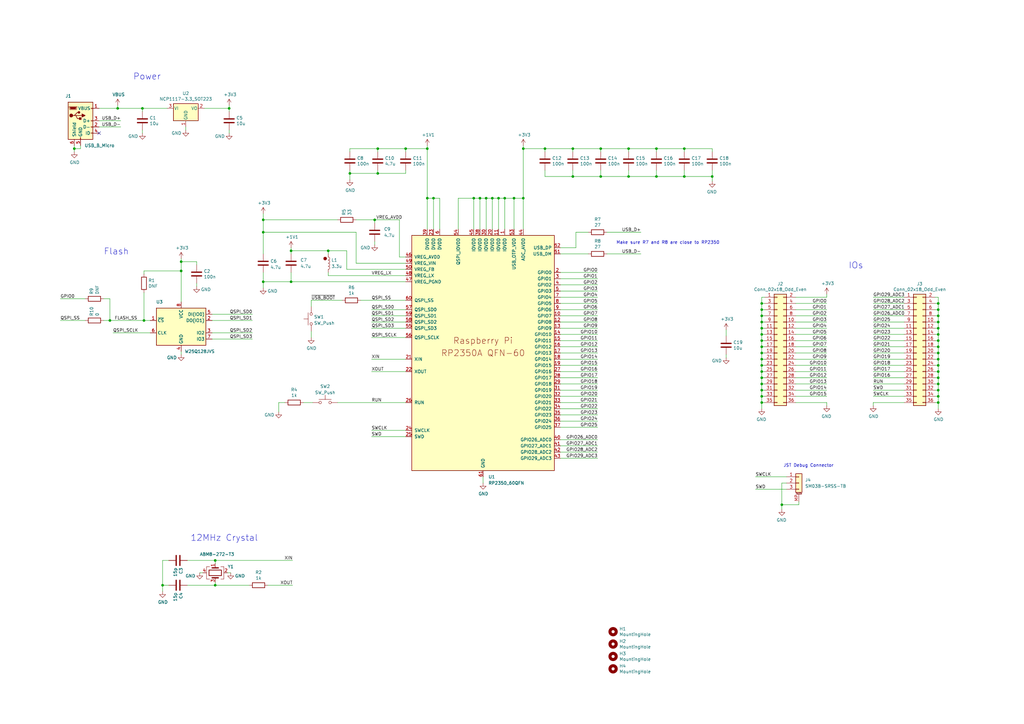
<source format=kicad_sch>
(kicad_sch (version 20230121) (generator eeschema)
  (paper "A3")
  (title_block (title "RP2350A QFN-60 Minimal Design Example") (date "2024-07-01") (rev "REV3") (company "Raspberry Pi Ltd"))
  (lib_symbols
    (symbol "Connector:USB_B_Micro" (pin_names (offset 1.016))
      (property "Reference" "J" (at -5.08 11.43 0))
      (property "Value" "USB_B_Micro" (at -5.08 8.89 0))
      (symbol "USB_B_Micro_1_1"
        (pin power_out line (at 7.62 5.08 180) (length 2.54) (name "VBUS") (number "1"))
        (pin bidirectional line (at 7.62 -2.54 180) (length 2.54) (name "D-") (number "2"))
        (pin bidirectional line (at 7.62 0 180) (length 2.54) (name "D+") (number "3"))
        (pin passive line (at 7.62 -5.08 180) (length 2.54) (name "ID") (number "4"))
        (pin power_out line (at 0 -10.16 90) (length 2.54) (name "GND") (number "5"))
        (pin passive line (at -2.54 -10.16 90) (length 2.54) (name "Shield") (number "6"))
      )
    )
    (symbol "Connector_Generic:Conn_02x18_Odd_Even" (pin_names (offset 1.016) hide)
      (property "Reference" "J" (at 1.27 22.86 0))
      (property "Value" "Conn_02x18_Odd_Even" (at 1.27 -25.4 0))
      (symbol "Conn_02x18_Odd_Even_1_1"
        (pin passive line (at -5.08 20.32 0) (length 3.81) (name "Pin_1") (number "1"))
        (pin passive line (at 7.62 10.16 180) (length 3.81) (name "Pin_10") (number "10"))
        (pin passive line (at -5.08 7.62 0) (length 3.81) (name "Pin_11") (number "11"))
        (pin passive line (at 7.62 7.62 180) (length 3.81) (name "Pin_12") (number "12"))
        (pin passive line (at -5.08 5.08 0) (length 3.81) (name "Pin_13") (number "13"))
        (pin passive line (at 7.62 5.08 180) (length 3.81) (name "Pin_14") (number "14"))
        (pin passive line (at -5.08 2.54 0) (length 3.81) (name "Pin_15") (number "15"))
        (pin passive line (at 7.62 2.54 180) (length 3.81) (name "Pin_16") (number "16"))
        (pin passive line (at -5.08 0 0) (length 3.81) (name "Pin_17") (number "17"))
        (pin passive line (at 7.62 0 180) (length 3.81) (name "Pin_18") (number "18"))
        (pin passive line (at -5.08 -2.54 0) (length 3.81) (name "Pin_19") (number "19"))
        (pin passive line (at 7.62 20.32 180) (length 3.81) (name "Pin_2") (number "2"))
        (pin passive line (at 7.62 -2.54 180) (length 3.81) (name "Pin_20") (number "20"))
        (pin passive line (at -5.08 -5.08 0) (length 3.81) (name "Pin_21") (number "21"))
        (pin passive line (at 7.62 -5.08 180) (length 3.81) (name "Pin_22") (number "22"))
        (pin passive line (at -5.08 -7.62 0) (length 3.81) (name "Pin_23") (number "23"))
        (pin passive line (at 7.62 -7.62 180) (length 3.81) (name "Pin_24") (number "24"))
        (pin passive line (at -5.08 -10.16 0) (length 3.81) (name "Pin_25") (number "25"))
        (pin passive line (at 7.62 -10.16 180) (length 3.81) (name "Pin_26") (number "26"))
        (pin passive line (at -5.08 -12.7 0) (length 3.81) (name "Pin_27") (number "27"))
        (pin passive line (at 7.62 -12.7 180) (length 3.81) (name "Pin_28") (number "28"))
        (pin passive line (at -5.08 -15.24 0) (length 3.81) (name "Pin_29") (number "29"))
        (pin passive line (at -5.08 17.78 0) (length 3.81) (name "Pin_3") (number "3"))
        (pin passive line (at 7.62 -15.24 180) (length 3.81) (name "Pin_30") (number "30"))
        (pin passive line (at -5.08 -17.78 0) (length 3.81) (name "Pin_31") (number "31"))
        (pin passive line (at 7.62 -17.78 180) (length 3.81) (name "Pin_32") (number "32"))
        (pin passive line (at -5.08 -20.32 0) (length 3.81) (name "Pin_33") (number "33"))
        (pin passive line (at 7.62 -20.32 180) (length 3.81) (name "Pin_34") (number "34"))
        (pin passive line (at -5.08 -22.86 0) (length 3.81) (name "Pin_35") (number "35"))
        (pin passive line (at 7.62 -22.86 180) (length 3.81) (name "Pin_36") (number "36"))
        (pin passive line (at 7.62 17.78 180) (length 3.81) (name "Pin_4") (number "4"))
        (pin passive line (at -5.08 15.24 0) (length 3.81) (name "Pin_5") (number "5"))
        (pin passive line (at 7.62 15.24 180) (length 3.81) (name "Pin_6") (number "6"))
        (pin passive line (at -5.08 12.7 0) (length 3.81) (name "Pin_7") (number "7"))
        (pin passive line (at 7.62 12.7 180) (length 3.81) (name "Pin_8") (number "8"))
        (pin passive line (at -5.08 10.16 0) (length 3.81) (name "Pin_9") (number "9"))
      )
    )
    (symbol "Connector_Generic_MountingPin:Conn_01x03_MountingPin" (pin_names (offset 1.016) hide)
      (property "Reference" "J" (at 0 5.08 0))
      (property "Value" "Conn_01x03_MountingPin" (at 1.27 -5.08 0))
      (symbol "Conn_01x03_MountingPin_1_1"
        (text "Mounting" (at 0 -4.191 0) (effects (font (size 0.381 0.381))))
        (pin passive line (at -5.08 2.54 0) (length 3.81) (name "Pin_1") (number "1"))
        (pin passive line (at -5.08 0 0) (length 3.81) (name "Pin_2") (number "2"))
        (pin passive line (at -5.08 -2.54 0) (length 3.81) (name "Pin_3") (number "3"))
        (pin passive line (at 0 -7.62 90) (length 3.048) (name "MountPin") (number "MP"))
      )
    )
    (symbol "Device:C" (pin_numbers hide) (pin_names (offset 0.254))
      (property "Reference" "C" (at 0.635 2.54 0))
      (property "Value" "C" (at 0.635 -2.54 0))
      (symbol "C_1_1"
        (pin passive line (at 0 3.81 270) (length 2.794) (name "~") (number "1"))
        (pin passive line (at 0 -3.81 90) (length 2.794) (name "~") (number "2"))
      )
    )
    (symbol "Device:Crystal_GND24" (pin_names (offset 1.016) hide)
      (property "Reference" "Y" (at 3.175 5.08 0))
      (property "Value" "Crystal_GND24" (at 3.175 3.175 0))
      (symbol "Crystal_GND24_1_1"
        (pin passive line (at -3.81 0 0) (length 1.27) (name "1") (number "1"))
        (pin passive line (at 0 5.08 270) (length 1.27) (name "2") (number "2"))
        (pin passive line (at 3.81 0 180) (length 1.27) (name "3") (number "3"))
        (pin passive line (at 0 -5.08 90) (length 1.27) (name "4") (number "4"))
      )
    )
    (symbol "Device:L" (pin_numbers hide) (pin_names (offset 1.016) hide)
      (property "Reference" "L" (at -1.27 0 90))
      (property "Value" "L" (at 1.905 0 90))
      (symbol "L_1_1"
        (pin passive line (at 0 3.81 270) (length 1.27) (name "1") (number "1"))
        (pin passive line (at 0 -3.81 90) (length 1.27) (name "2") (number "2"))
      )
    )
    (symbol "Device:R" (pin_numbers hide) (pin_names (offset 0))
      (property "Reference" "R" (at 2.032 0 90))
      (property "Value" "R" (at 0 0 90))
      (symbol "R_1_1"
        (pin passive line (at 0 3.81 270) (length 1.27) (name "~") (number "1"))
        (pin passive line (at 0 -3.81 90) (length 1.27) (name "~") (number "2"))
      )
    )
    (symbol "MCU_RaspberryPi_RP2350:RP2350_60QFN" (pin_names (offset 1.016))
      (property "Reference" "U" (at -29.21 49.53 0))
      (property "Value" "RP2350_60QFN" (at 24.13 -49.53 0))
      (symbol "RP2350_60QFN_0_0"
        (text "Raspberry Pi" (at 0 5.08 0) (effects (font (size 2.54 2.54))))
      )
      (symbol "RP2350_60QFN_1_0"
        (text "RP2350A QFN-60" (at 0 0 0) (effects (font (size 2.54 2.54))))
      )
      (symbol "RP2350_60QFN_1_1"
        (pin power_in line (at 8.89 50.8 270) (length 2.54) (name "IOVDD") (number "1"))
        (pin bidirectional line (at 31.75 15.24 180) (length 2.54) (name "GPIO7") (number "10"))
        (pin power_in line (at 6.35 50.8 270) (length 2.54) (name "IOVDD") (number "11"))
        (pin bidirectional line (at 31.75 12.7 180) (length 2.54) (name "GPIO8") (number "12"))
        (pin bidirectional line (at 31.75 10.16 180) (length 2.54) (name "GPIO9") (number "13"))
        (pin bidirectional line (at 31.75 7.62 180) (length 2.54) (name "GPIO10") (number "14"))
        (pin bidirectional line (at 31.75 5.08 180) (length 2.54) (name "GPIO11") (number "15"))
        (pin bidirectional line (at 31.75 2.54 180) (length 2.54) (name "GPIO12") (number "16"))
        (pin bidirectional line (at 31.75 0 180) (length 2.54) (name "GPIO13") (number "17"))
        (pin bidirectional line (at 31.75 -2.54 180) (length 2.54) (name "GPIO14") (number "18"))
        (pin bidirectional line (at 31.75 -5.08 180) (length 2.54) (name "GPIO15") (number "19"))
        (pin bidirectional line (at 31.75 33.02 180) (length 2.54) (name "GPIO0") (number "2"))
        (pin power_in line (at 3.81 50.8 270) (length 2.54) (name "IOVDD") (number "20"))
        (pin input line (at -31.75 -2.54 0) (length 2.54) (name "XIN") (number "21"))
        (pin passive line (at -31.75 -7.62 0) (length 2.54) (name "XOUT") (number "22"))
        (pin power_in line (at -20.32 50.8 270) (length 2.54) (name "DVDD") (number "23"))
        (pin output line (at -31.75 -31.75 0) (length 2.54) (name "SWCLK") (number "24"))
        (pin bidirectional line (at -31.75 -34.29 0) (length 2.54) (name "SWD") (number "25"))
        (pin input line (at -31.75 -20.32 0) (length 2.54) (name "RUN") (number "26"))
        (pin bidirectional line (at 31.75 -7.62 180) (length 2.54) (name "GPIO16") (number "27"))
        (pin bidirectional line (at 31.75 -10.16 180) (length 2.54) (name "GPIO17") (number "28"))
        (pin bidirectional line (at 31.75 -12.7 180) (length 2.54) (name "GPIO18") (number "29"))
        (pin bidirectional line (at 31.75 30.48 180) (length 2.54) (name "GPIO1") (number "3"))
        (pin power_in line (at 1.27 50.8 270) (length 2.54) (name "IOVDD") (number "30"))
        (pin bidirectional line (at 31.75 -15.24 180) (length 2.54) (name "GPIO19") (number "31"))
        (pin bidirectional line (at 31.75 -17.78 180) (length 2.54) (name "GPIO20") (number "32"))
        (pin bidirectional line (at 31.75 -20.32 180) (length 2.54) (name "GPIO21") (number "33"))
        (pin bidirectional line (at 31.75 -22.86 180) (length 2.54) (name "GPIO22") (number "34"))
        (pin bidirectional line (at 31.75 -25.4 180) (length 2.54) (name "GPIO23") (number "35"))
        (pin bidirectional line (at 31.75 -27.94 180) (length 2.54) (name "GPIO24") (number "36"))
        (pin bidirectional line (at 31.75 -30.48 180) (length 2.54) (name "GPIO25") (number "37"))
        (pin power_in line (at -1.27 50.8 270) (length 2.54) (name "IOVDD") (number "38"))
        (pin power_in line (at -22.86 50.8 270) (length 2.54) (name "DVDD") (number "39"))
        (pin bidirectional line (at 31.75 27.94 180) (length 2.54) (name "GPIO2") (number "4"))
        (pin bidirectional line (at 31.75 -35.56 180) (length 2.54) (name "GPIO26_ADC0") (number "40"))
        (pin bidirectional line (at 31.75 -38.1 180) (length 2.54) (name "GPIO27_ADC1") (number "41"))
        (pin bidirectional line (at 31.75 -40.64 180) (length 2.54) (name "GPIO28_ADC2") (number "42"))
        (pin bidirectional line (at 31.75 -43.18 180) (length 2.54) (name "GPIO29_ADC3") (number "43"))
        (pin power_in line (at 16.51 50.8 270) (length 2.54) (name "ADC_AVDD") (number "44"))
        (pin power_in line (at -3.81 50.8 270) (length 2.54) (name "IOVDD") (number "45"))
        (pin power_in line (at -31.75 39.37 0) (length 2.54) (name "VREG_AVDD") (number "46"))
        (pin power_in line (at -31.75 29.21 0) (length 2.54) (name "VREG_PGND") (number "47"))
        (pin power_out line (at -31.75 31.75 0) (length 2.54) (name "VREG_LX") (number "48"))
        (pin power_in line (at -31.75 36.83 0) (length 2.54) (name "VREG_VIN") (number "49"))
        (pin bidirectional line (at 31.75 25.4 180) (length 2.54) (name "GPIO3") (number "5"))
        (pin input line (at -31.75 34.29 0) (length 2.54) (name "VREG_FB") (number "50"))
        (pin bidirectional line (at 31.75 40.64 180) (length 2.54) (name "USB_DM") (number "51"))
        (pin bidirectional line (at 31.75 43.18 180) (length 2.54) (name "USB_DP") (number "52"))
        (pin power_in line (at 12.7 50.8 270) (length 2.54) (name "USB_OTP_VDD") (number "53"))
        (pin power_in line (at -10.16 50.8 270) (length 2.54) (name "QSPI_IOVDD") (number "54"))
        (pin bidirectional line (at -31.75 10.16 0) (length 2.54) (name "QSPI_SD3") (number "55"))
        (pin output line (at -31.75 6.35 0) (length 2.54) (name "QSPI_SCLK") (number "56"))
        (pin bidirectional line (at -31.75 17.78 0) (length 2.54) (name "QSPI_SD0") (number "57"))
        (pin bidirectional line (at -31.75 12.7 0) (length 2.54) (name "QSPI_SD2") (number "58"))
        (pin bidirectional line (at -31.75 15.24 0) (length 2.54) (name "QSPI_SD1") (number "59"))
        (pin power_in line (at -17.78 50.8 270) (length 2.54) (name "DVDD") (number "6"))
        (pin bidirectional line (at -31.75 21.59 0) (length 2.54) (name "QSPI_SS") (number "60"))
        (pin power_in line (at 0 -50.8 90) (length 2.54) (name "GND") (number "61"))
        (pin bidirectional line (at 31.75 22.86 180) (length 2.54) (name "GPIO4") (number "7"))
        (pin bidirectional line (at 31.75 20.32 180) (length 2.54) (name "GPIO5") (number "8"))
        (pin bidirectional line (at 31.75 17.78 180) (length 2.54) (name "GPIO6") (number "9"))
      )
    )
    (symbol "Mechanical:MountingHole" (pin_names (offset 1.016))
      (property "Reference" "H" (at 0 5.08 0))
      (property "Value" "MountingHole" (at 0 3.175 0))
    )
    (symbol "Memory_Flash:W25Q128JVS"
      (property "Reference" "U" (at -8.89 8.89 0))
      (property "Value" "W25Q128JVS" (at 7.62 8.89 0))
      (symbol "W25Q128JVS_1_1"
        (pin input line (at -12.7 2.54 0) (length 2.54) (name "~{CS}") (number "1"))
        (pin bidirectional line (at 12.7 2.54 180) (length 2.54) (name "DO(IO1)") (number "2"))
        (pin bidirectional line (at 12.7 -2.54 180) (length 2.54) (name "IO2") (number "3"))
        (pin power_in line (at 0 -10.16 90) (length 2.54) (name "GND") (number "4"))
        (pin bidirectional line (at 12.7 5.08 180) (length 2.54) (name "DI(IO0)") (number "5"))
        (pin input line (at -12.7 -2.54 0) (length 2.54) (name "CLK") (number "6"))
        (pin bidirectional line (at 12.7 -5.08 180) (length 2.54) (name "IO3") (number "7"))
        (pin power_in line (at 0 10.16 270) (length 2.54) (name "VCC") (number "8"))
      )
    )
    (symbol "Regulator_Linear:NCP1117-3.3_SOT223" (pin_names (offset 0.254))
      (property "Reference" "U" (at -3.81 3.175 0))
      (property "Value" "NCP1117-3.3_SOT223" (at 0 3.175 0))
      (symbol "NCP1117-3.3_SOT223_1_1"
        (pin power_in line (at 0 -7.62 90) (length 2.54) (name "GND") (number "1"))
        (pin power_out line (at 7.62 0 180) (length 2.54) (name "VO") (number "2"))
        (pin power_in line (at -7.62 0 0) (length 2.54) (name "VI") (number "3"))
      )
    )
    (symbol "Switch:SW_Push" (pin_numbers hide) (pin_names (offset 1.016) hide)
      (property "Reference" "SW" (at 1.27 2.54 0))
      (property "Value" "SW_Push" (at 0 -1.524 0))
      (symbol "SW_Push_0_1"
        (pin passive line (at -5.08 0 0) (length 2.54) (name "1") (number "1"))
        (pin passive line (at 5.08 0 180) (length 2.54) (name "2") (number "2"))
      )
    )
    (symbol "power:+1V1" (power) (pin_names (offset 0))
      (property "Value" "+1V1" (at 0 3.556 0))
      (symbol "+1V1_1_1"
        (pin power_in line (at 0 0 90) (length 0) hide (name "+1V1") (number "1"))
      )
    )
    (symbol "power:+3V3" (power) (pin_names (offset 0))
      (property "Value" "+3V3" (at 0 3.556 0))
      (symbol "+3V3_1_1"
        (pin power_in line (at 0 0 90) (length 0) hide (name "+3V3") (number "1"))
      )
    )
    (symbol "power:GND" (power) (pin_names (offset 0))
      (property "Value" "GND" (at 0 -3.81 0))
      (symbol "GND_1_1"
        (pin power_in line (at 0 0 270) (length 0) hide (name "GND") (number "1"))
      )
    )
    (symbol "power:VBUS" (power) (pin_names (offset 0))
      (property "Value" "VBUS" (at 0 3.81 0))
      (symbol "VBUS_1_1"
        (pin power_in line (at 0 0 90) (length 0) hide (name "VBUS") (number "1"))
      )
    )
  )
  (junction (at 320.675 207.01))
  (junction (at 257.81 60.96))
  (junction (at 153.67 90.17))
  (junction (at 312.42 149.86))
  (junction (at 119.38 102.87))
  (junction (at 312.42 157.48))
  (junction (at 194.31 81.28))
  (junction (at 280.67 72.39))
  (junction (at 312.42 147.32))
  (junction (at 175.26 81.28))
  (junction (at 154.94 71.12))
  (junction (at 214.63 60.96))
  (junction (at 384.81 162.56))
  (junction (at 312.42 144.78))
  (junction (at 196.85 81.28))
  (junction (at 88.265 229.87))
  (junction (at 48.26 44.45))
  (junction (at 134.62 102.87))
  (junction (at 30.48 60.96))
  (junction (at 119.38 115.57))
  (junction (at 223.52 60.96))
  (junction (at 312.42 152.4))
  (junction (at 210.82 81.28))
  (junction (at 66.675 240.03))
  (junction (at 154.94 60.96))
  (junction (at 207.01 81.28))
  (junction (at 384.81 154.94))
  (junction (at 269.24 72.39))
  (junction (at 384.81 134.62))
  (junction (at 384.81 144.78))
  (junction (at 292.1 72.39))
  (junction (at 384.81 127))
  (junction (at 384.81 157.48))
  (junction (at 246.38 72.39))
  (junction (at 312.42 142.24))
  (junction (at 204.47 81.28))
  (junction (at 74.295 107.315))
  (junction (at 312.42 129.54))
  (junction (at 199.39 81.28))
  (junction (at 384.81 165.1))
  (junction (at 175.26 60.96))
  (junction (at 74.295 111.125))
  (junction (at 107.95 115.57))
  (junction (at 384.81 137.16))
  (junction (at 280.67 60.96))
  (junction (at 384.81 139.7))
  (junction (at 257.81 72.39))
  (junction (at 269.24 60.96))
  (junction (at 312.42 139.7))
  (junction (at 312.42 137.16))
  (junction (at 58.42 44.45))
  (junction (at 166.37 60.96))
  (junction (at 384.81 160.02))
  (junction (at 384.81 152.4))
  (junction (at 384.81 132.08))
  (junction (at 312.42 165.1))
  (junction (at 312.42 154.94))
  (junction (at 312.42 127))
  (junction (at 384.81 129.54))
  (junction (at 312.42 124.46))
  (junction (at 384.81 147.32))
  (junction (at 234.95 60.96))
  (junction (at 88.265 240.03))
  (junction (at 312.42 160.02))
  (junction (at 234.95 72.39))
  (junction (at 214.63 81.28))
  (junction (at 384.81 142.24))
  (junction (at 107.95 90.17))
  (junction (at 312.42 162.56))
  (junction (at 177.8 81.28))
  (junction (at 246.38 60.96))
  (junction (at 59.055 131.445))
  (junction (at 45.085 131.445))
  (junction (at 384.81 124.46))
  (junction (at 384.81 149.86))
  (junction (at 93.98 44.45))
  (junction (at 312.42 132.08))
  (junction (at 201.93 81.28))
  (junction (at 107.95 95.25))
  (junction (at 143.51 71.12))
  (junction (at 312.42 134.62))
  (no_connect (at 40.64 54.61))
  (wire (pts (xy 229.87 127) (xy 245.11 127)))
  (wire (pts (xy 153.67 100.33) (xy 153.67 99.06)))
  (wire (pts (xy 24.765 122.555) (xy 34.925 122.555)))
  (wire (pts (xy 146.05 95.25) (xy 146.05 107.95)))
  (wire (pts (xy 384.81 152.4) (xy 384.81 154.94)))
  (wire (pts (xy 229.87 185.42) (xy 245.11 185.42)))
  (wire (pts (xy 384.81 137.16) (xy 384.81 139.7)))
  (wire (pts (xy 339.09 144.78) (xy 326.39 144.78)))
  (wire (pts (xy 370.84 147.32) (xy 358.14 147.32)))
  (wire (pts (xy 312.42 160.02) (xy 312.42 162.56)))
  (wire (pts (xy 320.675 198.12) (xy 320.675 207.01)))
  (wire (pts (xy 154.94 60.96) (xy 166.37 60.96)))
  (wire (pts (xy 370.84 132.08) (xy 358.14 132.08)))
  (wire (pts (xy 229.87 129.54) (xy 245.11 129.54)))
  (wire (pts (xy 93.98 44.45) (xy 93.98 43.18)))
  (wire (pts (xy 370.84 157.48) (xy 358.14 157.48)))
  (wire (pts (xy 88.265 231.14) (xy 88.265 229.87)))
  (wire (pts (xy 234.95 62.23) (xy 234.95 60.96)))
  (wire (pts (xy 234.95 69.85) (xy 234.95 72.39)))
  (wire (pts (xy 163.83 90.17) (xy 163.83 105.41)))
  (wire (pts (xy 339.09 149.86) (xy 326.39 149.86)))
  (wire (pts (xy 207.01 81.28) (xy 210.82 81.28)))
  (wire (pts (xy 154.94 62.23) (xy 154.94 60.96)))
  (wire (pts (xy 166.37 138.43) (xy 152.4 138.43)))
  (wire (pts (xy 154.94 71.12) (xy 166.37 71.12)))
  (wire (pts (xy 30.48 59.69) (xy 30.48 60.96)))
  (wire (pts (xy 229.87 167.64) (xy 245.11 167.64)))
  (wire (pts (xy 384.81 165.1) (xy 384.81 167.64)))
  (wire (pts (xy 229.87 111.76) (xy 245.11 111.76)))
  (wire (pts (xy 143.51 69.85) (xy 143.51 71.12)))
  (wire (pts (xy 48.26 43.18) (xy 48.26 44.45)))
  (wire (pts (xy 153.67 90.17) (xy 163.83 90.17)))
  (wire (pts (xy 384.81 154.94) (xy 384.81 157.48)))
  (wire (pts (xy 229.87 162.56) (xy 245.11 162.56)))
  (wire (pts (xy 339.09 154.94) (xy 326.39 154.94)))
  (wire (pts (xy 384.81 132.08) (xy 384.81 134.62)))
  (wire (pts (xy 312.42 165.1) (xy 312.42 167.64)))
  (wire (pts (xy 246.38 62.23) (xy 246.38 60.96)))
  (wire (pts (xy 127.635 123.19) (xy 127.635 125.73)))
  (wire (pts (xy 166.37 176.53) (xy 152.4 176.53)))
  (wire (pts (xy 370.84 144.78) (xy 358.14 144.78)))
  (wire (pts (xy 107.95 90.17) (xy 107.95 95.25)))
  (wire (pts (xy 223.52 62.23) (xy 223.52 60.96)))
  (wire (pts (xy 88.265 240.03) (xy 102.235 240.03)))
  (wire (pts (xy 384.81 129.54) (xy 384.81 132.08)))
  (wire (pts (xy 223.52 69.85) (xy 223.52 72.39)))
  (wire (pts (xy 107.95 95.25) (xy 146.05 95.25)))
  (wire (pts (xy 107.95 95.25) (xy 107.95 104.14)))
  (wire (pts (xy 313.69 157.48) (xy 312.42 157.48)))
  (wire (pts (xy 66.675 240.03) (xy 66.675 242.57)))
  (wire (pts (xy 370.84 152.4) (xy 358.14 152.4)))
  (wire (pts (xy 312.42 162.56) (xy 312.42 165.1)))
  (wire (pts (xy 199.39 93.98) (xy 199.39 81.28)))
  (wire (pts (xy 33.02 59.69) (xy 33.02 60.96)))
  (wire (pts (xy 312.42 139.7) (xy 312.42 142.24)))
  (wire (pts (xy 187.96 93.98) (xy 187.96 81.28)))
  (wire (pts (xy 46.355 136.525) (xy 61.595 136.525)))
  (wire (pts (xy 74.295 106.045) (xy 74.295 107.315)))
  (wire (pts (xy 66.675 229.87) (xy 66.675 240.03)))
  (wire (pts (xy 210.82 81.28) (xy 214.63 81.28)))
  (wire (pts (xy 257.81 60.96) (xy 269.24 60.96)))
  (wire (pts (xy 383.54 142.24) (xy 384.81 142.24)))
  (wire (pts (xy 69.215 229.87) (xy 66.675 229.87)))
  (wire (pts (xy 153.67 90.17) (xy 153.67 91.44)))
  (wire (pts (xy 269.24 72.39) (xy 257.81 72.39)))
  (wire (pts (xy 339.09 157.48) (xy 326.39 157.48)))
  (wire (pts (xy 229.87 175.26) (xy 245.11 175.26)))
  (wire (pts (xy 42.545 122.555) (xy 45.085 122.555)))
  (wire (pts (xy 201.93 81.28) (xy 204.47 81.28)))
  (wire (pts (xy 40.64 52.07) (xy 49.53 52.07)))
  (wire (pts (xy 234.95 72.39) (xy 223.52 72.39)))
  (wire (pts (xy 269.24 69.85) (xy 269.24 72.39)))
  (wire (pts (xy 175.26 60.96) (xy 175.26 81.28)))
  (wire (pts (xy 196.85 81.28) (xy 199.39 81.28)))
  (wire (pts (xy 384.81 144.78) (xy 384.81 147.32)))
  (wire (pts (xy 383.54 157.48) (xy 384.81 157.48)))
  (wire (pts (xy 229.87 139.7) (xy 245.11 139.7)))
  (wire (pts (xy 201.93 93.98) (xy 201.93 81.28)))
  (wire (pts (xy 59.055 111.125) (xy 74.295 111.125)))
  (wire (pts (xy 146.05 107.95) (xy 166.37 107.95)))
  (wire (pts (xy 383.54 165.1) (xy 384.81 165.1)))
  (wire (pts (xy 383.54 139.7) (xy 384.81 139.7)))
  (wire (pts (xy 199.39 81.28) (xy 201.93 81.28)))
  (wire (pts (xy 58.42 45.72) (xy 58.42 44.45)))
  (wire (pts (xy 383.54 134.62) (xy 384.81 134.62)))
  (wire (pts (xy 107.95 87.63) (xy 107.95 90.17)))
  (wire (pts (xy 313.69 149.86) (xy 312.42 149.86)))
  (wire (pts (xy 384.81 127) (xy 384.81 129.54)))
  (wire (pts (xy 107.95 115.57) (xy 119.38 115.57)))
  (wire (pts (xy 229.87 132.08) (xy 245.11 132.08)))
  (wire (pts (xy 116.84 165.1) (xy 114.3 165.1)))
  (wire (pts (xy 234.95 60.96) (xy 246.38 60.96)))
  (wire (pts (xy 59.055 112.395) (xy 59.055 111.125)))
  (wire (pts (xy 119.38 104.14) (xy 119.38 102.87)))
  (wire (pts (xy 339.09 166.37) (xy 339.09 165.1)))
  (wire (pts (xy 229.87 114.3) (xy 245.11 114.3)))
  (wire (pts (xy 86.995 139.065) (xy 103.505 139.065)))
  (wire (pts (xy 166.37 123.19) (xy 147.955 123.19)))
  (wire (pts (xy 143.51 62.23) (xy 143.51 60.96)))
  (wire (pts (xy 312.42 127) (xy 312.42 129.54)))
  (wire (pts (xy 107.95 111.76) (xy 107.95 115.57)))
  (wire (pts (xy 383.54 129.54) (xy 384.81 129.54)))
  (wire (pts (xy 327.66 205.74) (xy 327.66 207.01)))
  (wire (pts (xy 370.84 160.02) (xy 358.14 160.02)))
  (wire (pts (xy 339.09 147.32) (xy 326.39 147.32)))
  (wire (pts (xy 370.84 142.24) (xy 358.14 142.24)))
  (wire (pts (xy 384.81 142.24) (xy 384.81 144.78)))
  (wire (pts (xy 166.37 110.49) (xy 142.24 110.49)))
  (wire (pts (xy 59.055 120.015) (xy 59.055 131.445)))
  (wire (pts (xy 74.295 144.145) (xy 74.295 145.415)))
  (wire (pts (xy 384.81 121.92) (xy 384.81 124.46)))
  (wire (pts (xy 383.54 160.02) (xy 384.81 160.02)))
  (wire (pts (xy 229.87 172.72) (xy 245.11 172.72)))
  (wire (pts (xy 140.335 123.19) (xy 127.635 123.19)))
  (wire (pts (xy 309.88 200.66) (xy 322.58 200.66)))
  (wire (pts (xy 384.81 157.48) (xy 384.81 160.02)))
  (wire (pts (xy 370.84 127) (xy 358.14 127)))
  (wire (pts (xy 229.87 187.96) (xy 245.11 187.96)))
  (wire (pts (xy 248.92 104.14) (xy 262.89 104.14)))
  (wire (pts (xy 384.81 149.86) (xy 384.81 152.4)))
  (wire (pts (xy 175.26 81.28) (xy 175.26 93.98)))
  (wire (pts (xy 370.84 149.86) (xy 358.14 149.86)))
  (wire (pts (xy 370.84 124.46) (xy 358.14 124.46)))
  (wire (pts (xy 59.055 131.445) (xy 61.595 131.445)))
  (wire (pts (xy 383.54 121.92) (xy 384.81 121.92)))
  (wire (pts (xy 214.63 81.28) (xy 214.63 93.98)))
  (wire (pts (xy 119.38 101.6) (xy 119.38 102.87)))
  (wire (pts (xy 109.855 240.03) (xy 120.015 240.03)))
  (wire (pts (xy 76.835 240.03) (xy 88.265 240.03)))
  (wire (pts (xy 119.38 115.57) (xy 166.37 115.57)))
  (wire (pts (xy 339.09 137.16) (xy 326.39 137.16)))
  (wire (pts (xy 107.95 115.57) (xy 107.95 118.11)))
  (wire (pts (xy 48.26 44.45) (xy 58.42 44.45)))
  (wire (pts (xy 313.69 139.7) (xy 312.42 139.7)))
  (wire (pts (xy 69.215 240.03) (xy 66.675 240.03)))
  (wire (pts (xy 383.54 162.56) (xy 384.81 162.56)))
  (wire (pts (xy 107.95 90.17) (xy 138.43 90.17)))
  (wire (pts (xy 383.54 152.4) (xy 384.81 152.4)))
  (wire (pts (xy 74.295 111.125) (xy 74.295 123.825)))
  (wire (pts (xy 143.51 71.12) (xy 143.51 73.66)))
  (wire (pts (xy 204.47 81.28) (xy 207.01 81.28)))
  (wire (pts (xy 24.765 131.445) (xy 34.925 131.445)))
  (wire (pts (xy 339.09 160.02) (xy 326.39 160.02)))
  (wire (pts (xy 83.82 44.45) (xy 93.98 44.45)))
  (wire (pts (xy 313.69 121.92) (xy 312.42 121.92)))
  (wire (pts (xy 313.69 160.02) (xy 312.42 160.02)))
  (wire (pts (xy 229.87 170.18) (xy 245.11 170.18)))
  (wire (pts (xy 154.94 69.85) (xy 154.94 71.12)))
  (wire (pts (xy 269.24 60.96) (xy 280.67 60.96)))
  (wire (pts (xy 383.54 124.46) (xy 384.81 124.46)))
  (wire (pts (xy 383.54 144.78) (xy 384.81 144.78)))
  (wire (pts (xy 339.09 121.92) (xy 339.09 120.65)))
  (wire (pts (xy 384.81 160.02) (xy 384.81 162.56)))
  (wire (pts (xy 358.14 165.1) (xy 370.84 165.1)))
  (wire (pts (xy 74.295 107.315) (xy 74.295 111.125)))
  (wire (pts (xy 292.1 69.85) (xy 292.1 72.39)))
  (wire (pts (xy 42.545 131.445) (xy 45.085 131.445)))
  (wire (pts (xy 86.995 136.525) (xy 103.505 136.525)))
  (wire (pts (xy 152.4 147.32) (xy 166.37 147.32)))
  (wire (pts (xy 198.12 195.58) (xy 198.12 198.12)))
  (wire (pts (xy 152.4 132.08) (xy 166.37 132.08)))
  (wire (pts (xy 81.915 234.95) (xy 83.185 234.95)))
  (wire (pts (xy 384.81 139.7) (xy 384.81 142.24)))
  (wire (pts (xy 58.42 53.34) (xy 58.42 54.61)))
  (wire (pts (xy 180.34 81.28) (xy 180.34 93.98)))
  (wire (pts (xy 194.31 93.98) (xy 194.31 81.28)))
  (wire (pts (xy 229.87 182.88) (xy 245.11 182.88)))
  (wire (pts (xy 229.87 116.84) (xy 245.11 116.84)))
  (wire (pts (xy 143.51 60.96) (xy 154.94 60.96)))
  (wire (pts (xy 142.24 110.49) (xy 142.24 102.87)))
  (wire (pts (xy 370.84 121.92) (xy 358.14 121.92)))
  (wire (pts (xy 383.54 154.94) (xy 384.81 154.94)))
  (wire (pts (xy 339.09 165.1) (xy 326.39 165.1)))
  (wire (pts (xy 80.645 107.315) (xy 74.295 107.315)))
  (wire (pts (xy 312.42 124.46) (xy 312.42 127)))
  (wire (pts (xy 229.87 137.16) (xy 245.11 137.16)))
  (wire (pts (xy 280.67 62.23) (xy 280.67 60.96)))
  (wire (pts (xy 152.4 127) (xy 166.37 127)))
  (wire (pts (xy 312.42 134.62) (xy 312.42 137.16)))
  (wire (pts (xy 236.22 95.25) (xy 236.22 101.6)))
  (wire (pts (xy 229.87 144.78) (xy 245.11 144.78)))
  (wire (pts (xy 383.54 137.16) (xy 384.81 137.16)))
  (wire (pts (xy 257.81 69.85) (xy 257.81 72.39)))
  (wire (pts (xy 214.63 59.69) (xy 214.63 60.96)))
  (wire (pts (xy 257.81 62.23) (xy 257.81 60.96)))
  (wire (pts (xy 229.87 154.94) (xy 245.11 154.94)))
  (wire (pts (xy 312.42 142.24) (xy 312.42 144.78)))
  (wire (pts (xy 146.05 90.17) (xy 153.67 90.17)))
  (wire (pts (xy 152.4 129.54) (xy 166.37 129.54)))
  (wire (pts (xy 313.69 147.32) (xy 312.42 147.32)))
  (wire (pts (xy 152.4 134.62) (xy 166.37 134.62)))
  (wire (pts (xy 269.24 62.23) (xy 269.24 60.96)))
  (wire (pts (xy 313.69 152.4) (xy 312.42 152.4)))
  (wire (pts (xy 229.87 134.62) (xy 245.11 134.62)))
  (wire (pts (xy 124.46 165.1) (xy 128.27 165.1)))
  (wire (pts (xy 127.635 135.89) (xy 127.635 138.43)))
  (wire (pts (xy 280.67 72.39) (xy 269.24 72.39)))
  (wire (pts (xy 80.645 108.585) (xy 80.645 107.315)))
  (wire (pts (xy 312.42 121.92) (xy 312.42 124.46)))
  (wire (pts (xy 297.815 135.255) (xy 297.815 137.795)))
  (wire (pts (xy 383.54 132.08) (xy 384.81 132.08)))
  (wire (pts (xy 166.37 60.96) (xy 175.26 60.96)))
  (wire (pts (xy 229.87 160.02) (xy 245.11 160.02)))
  (wire (pts (xy 370.84 134.62) (xy 358.14 134.62)))
  (wire (pts (xy 246.38 60.96) (xy 257.81 60.96)))
  (wire (pts (xy 257.81 72.39) (xy 246.38 72.39)))
  (wire (pts (xy 214.63 60.96) (xy 223.52 60.96)))
  (wire (pts (xy 134.62 113.03) (xy 166.37 113.03)))
  (wire (pts (xy 119.38 111.76) (xy 119.38 115.57)))
  (wire (pts (xy 229.87 149.86) (xy 245.11 149.86)))
  (wire (pts (xy 119.38 102.87) (xy 134.62 102.87)))
  (wire (pts (xy 33.02 60.96) (xy 30.48 60.96)))
  (wire (pts (xy 246.38 69.85) (xy 246.38 72.39)))
  (wire (pts (xy 166.37 179.07) (xy 152.4 179.07)))
  (wire (pts (xy 384.81 134.62) (xy 384.81 137.16)))
  (wire (pts (xy 236.22 95.25) (xy 241.3 95.25)))
  (wire (pts (xy 313.69 132.08) (xy 312.42 132.08)))
  (wire (pts (xy 312.42 129.54) (xy 312.42 132.08)))
  (wire (pts (xy 177.8 81.28) (xy 180.34 81.28)))
  (wire (pts (xy 339.09 162.56) (xy 326.39 162.56)))
  (wire (pts (xy 93.345 234.95) (xy 94.615 234.95)))
  (wire (pts (xy 196.85 93.98) (xy 196.85 81.28)))
  (wire (pts (xy 320.675 207.01) (xy 327.66 207.01)))
  (wire (pts (xy 384.81 162.56) (xy 384.81 165.1)))
  (wire (pts (xy 229.87 165.1) (xy 245.11 165.1)))
  (wire (pts (xy 313.69 124.46) (xy 312.42 124.46)))
  (wire (pts (xy 313.69 142.24) (xy 312.42 142.24)))
  (wire (pts (xy 312.42 147.32) (xy 312.42 149.86)))
  (wire (pts (xy 248.92 95.25) (xy 262.89 95.25)))
  (wire (pts (xy 339.09 142.24) (xy 326.39 142.24)))
  (wire (pts (xy 339.09 134.62) (xy 326.39 134.62)))
  (wire (pts (xy 358.14 166.37) (xy 358.14 165.1)))
  (wire (pts (xy 210.82 93.98) (xy 210.82 81.28)))
  (wire (pts (xy 339.09 124.46) (xy 326.39 124.46)))
  (wire (pts (xy 313.69 162.56) (xy 312.42 162.56)))
  (wire (pts (xy 175.26 59.69) (xy 175.26 60.96)))
  (wire (pts (xy 309.88 195.58) (xy 322.58 195.58)))
  (wire (pts (xy 229.87 119.38) (xy 245.11 119.38)))
  (wire (pts (xy 280.67 72.39) (xy 292.1 72.39)))
  (wire (pts (xy 292.1 72.39) (xy 292.1 74.295)))
  (wire (pts (xy 370.84 139.7) (xy 358.14 139.7)))
  (wire (pts (xy 134.62 113.03) (xy 134.62 111.76)))
  (wire (pts (xy 370.84 154.94) (xy 358.14 154.94)))
  (wire (pts (xy 229.87 157.48) (xy 245.11 157.48)))
  (wire (pts (xy 383.54 149.86) (xy 384.81 149.86)))
  (wire (pts (xy 313.69 129.54) (xy 312.42 129.54)))
  (wire (pts (xy 45.085 122.555) (xy 45.085 131.445)))
  (wire (pts (xy 339.09 129.54) (xy 326.39 129.54)))
  (wire (pts (xy 229.87 180.34) (xy 245.11 180.34)))
  (wire (pts (xy 280.67 60.96) (xy 292.1 60.96)))
  (wire (pts (xy 313.69 134.62) (xy 312.42 134.62)))
  (wire (pts (xy 194.31 81.28) (xy 196.85 81.28)))
  (wire (pts (xy 312.42 152.4) (xy 312.42 154.94)))
  (wire (pts (xy 204.47 93.98) (xy 204.47 81.28)))
  (wire (pts (xy 339.09 152.4) (xy 326.39 152.4)))
  (wire (pts (xy 383.54 127) (xy 384.81 127)))
  (wire (pts (xy 229.87 152.4) (xy 245.11 152.4)))
  (wire (pts (xy 134.62 102.87) (xy 134.62 104.14)))
  (wire (pts (xy 76.2 52.07) (xy 76.2 53.34)))
  (wire (pts (xy 312.42 144.78) (xy 312.42 147.32)))
  (wire (pts (xy 339.09 127) (xy 326.39 127)))
  (wire (pts (xy 229.87 147.32) (xy 245.11 147.32)))
  (wire (pts (xy 45.085 131.445) (xy 59.055 131.445)))
  (wire (pts (xy 40.64 49.53) (xy 49.53 49.53)))
  (wire (pts (xy 166.37 62.23) (xy 166.37 60.96)))
  (wire (pts (xy 229.87 101.6) (xy 236.22 101.6)))
  (wire (pts (xy 313.69 137.16) (xy 312.42 137.16)))
  (wire (pts (xy 93.98 45.72) (xy 93.98 44.45)))
  (wire (pts (xy 246.38 72.39) (xy 234.95 72.39)))
  (wire (pts (xy 143.51 71.12) (xy 154.94 71.12)))
  (wire (pts (xy 339.09 121.92) (xy 326.39 121.92)))
  (wire (pts (xy 187.96 81.28) (xy 194.31 81.28)))
  (wire (pts (xy 370.84 129.54) (xy 358.14 129.54)))
  (wire (pts (xy 384.81 124.46) (xy 384.81 127)))
  (wire (pts (xy 40.64 44.45) (xy 48.26 44.45)))
  (wire (pts (xy 177.8 81.28) (xy 175.26 81.28)))
  (wire (pts (xy 68.58 44.45) (xy 58.42 44.45)))
  (wire (pts (xy 207.01 81.28) (xy 207.01 93.98)))
  (wire (pts (xy 322.58 198.12) (xy 320.675 198.12)))
  (wire (pts (xy 88.265 229.87) (xy 120.015 229.87)))
  (wire (pts (xy 30.48 60.96) (xy 30.48 62.23)))
  (wire (pts (xy 313.69 154.94) (xy 312.42 154.94)))
  (wire (pts (xy 93.98 53.34) (xy 93.98 54.61)))
  (wire (pts (xy 312.42 149.86) (xy 312.42 152.4)))
  (wire (pts (xy 229.87 104.14) (xy 241.3 104.14)))
  (wire (pts (xy 142.24 102.87) (xy 134.62 102.87)))
  (wire (pts (xy 114.3 165.1) (xy 114.3 168.91)))
  (wire (pts (xy 88.265 238.76) (xy 88.265 240.03)))
  (wire (pts (xy 229.87 124.46) (xy 245.11 124.46)))
  (wire (pts (xy 229.87 142.24) (xy 245.11 142.24)))
  (wire (pts (xy 312.42 132.08) (xy 312.42 134.62)))
  (wire (pts (xy 339.09 139.7) (xy 326.39 139.7)))
  (wire (pts (xy 214.63 60.96) (xy 214.63 81.28)))
  (wire (pts (xy 313.69 127) (xy 312.42 127)))
  (wire (pts (xy 229.87 121.92) (xy 245.11 121.92)))
  (wire (pts (xy 163.83 105.41) (xy 166.37 105.41)))
  (wire (pts (xy 384.81 147.32) (xy 384.81 149.86)))
  (wire (pts (xy 297.815 145.415) (xy 297.815 146.685)))
  (wire (pts (xy 86.995 128.905) (xy 103.505 128.905)))
  (wire (pts (xy 339.09 132.08) (xy 326.39 132.08)))
  (wire (pts (xy 312.42 154.94) (xy 312.42 157.48)))
  (wire (pts (xy 223.52 60.96) (xy 234.95 60.96)))
  (wire (pts (xy 166.37 152.4) (xy 152.4 152.4)))
  (wire (pts (xy 320.675 207.01) (xy 320.675 208.915)))
  (wire (pts (xy 313.69 165.1) (xy 312.42 165.1)))
  (wire (pts (xy 313.69 144.78) (xy 312.42 144.78)))
  (wire (pts (xy 292.1 62.23) (xy 292.1 60.96)))
  (wire (pts (xy 312.42 157.48) (xy 312.42 160.02)))
  (wire (pts (xy 370.84 137.16) (xy 358.14 137.16)))
  (wire (pts (xy 383.54 147.32) (xy 384.81 147.32)))
  (wire (pts (xy 370.84 162.56) (xy 358.14 162.56)))
  (wire (pts (xy 76.835 229.87) (xy 88.265 229.87)))
  (wire (pts (xy 86.995 131.445) (xy 103.505 131.445)))
  (wire (pts (xy 166.37 71.12) (xy 166.37 69.85)))
  (wire (pts (xy 177.8 93.98) (xy 177.8 81.28)))
  (wire (pts (xy 138.43 165.1) (xy 166.37 165.1)))
  (wire (pts (xy 280.67 69.85) (xy 280.67 72.39)))
  (wire (pts (xy 80.645 116.205) (xy 80.645 117.475)))
  (wire (pts (xy 312.42 137.16) (xy 312.42 139.7)))
  (circle (center 133.35 106.045) (radius 0.635) (stroke (width 0) (color 132 0 0 1)) (fill (type color) (color 132 0 0 1)))
  (text "JST Debug Connector" (at 321.31 191.77 0) (effects (font (size 1.27 1.27)) (justify left bottom)))
  (text "IOs" (at 347.98 110.49 0) (effects (font (size 2.54 2.54)) (justify left bottom)))
  (text "Flash" (at 42.545 104.775 0) (effects (font (size 2.54 2.54)) (justify left bottom)))
  (text "Make sure R7 and R8 are close to RP2350\n" (at 252.73 100.33 0) (effects (font (size 1.27 1.27)) (justify left bottom)))
  (text "12MHz Crystal" (at 78.105 222.25 0) (effects (font (size 2.54 2.54)) (justify left bottom)))
  (text "Power" (at 54.61 33.02 0) (effects (font (size 2.54 2.54)) (justify left bottom)))
  (label "XIN" (at 152.4 147.32 0))
  (label "GPIO26_ADC0" (at 358.14 129.54 0))
  (label "USB_D+" (at 262.89 95.25 180))
  (label "GPIO26_ADC0" (at 245.11 180.34 180))
  (label "QSPI_SS" (at 24.765 131.445 0))
  (label "GPIO25" (at 358.14 132.08 0))
  (label "RUN" (at 358.14 157.48 0))
  (label "GPIO11" (at 339.09 152.4 180))
  (label "XOUT" (at 152.4 152.4 0))
  (label "GPIO2" (at 245.11 116.84 180))
  (label "GPIO1" (at 245.11 114.3 180))
  (label "GPIO3" (at 339.09 132.08 180))
  (label "GPIO15" (at 339.09 162.56 180))
  (label "GPIO21" (at 358.14 142.24 0))
  (label "GPIO20" (at 358.14 144.78 0))
  (label "GPIO8" (at 339.09 144.78 180))
  (label "SWCLK" (at 358.14 162.56 0))
  (label "GPIO0" (at 24.765 122.555 0))
  (label "GPIO17" (at 358.14 152.4 0))
  (label "GPIO1" (at 339.09 127 180))
  (label "GPIO28_ADC2" (at 358.14 124.46 0))
  (label "GPIO18" (at 358.14 149.86 0))
  (label "QSPI_SD2" (at 103.505 136.525 180))
  (label "FLASH_SS" (at 46.99 131.445 0))
  (label "GPIO27_ADC1" (at 358.14 127 0))
  (label "GPIO0" (at 245.11 111.76 180))
  (label "GPIO14" (at 245.11 147.32 180))
  (label "RUN" (at 152.4 165.1 0))
  (label "QSPI_SD0" (at 152.4 127 0))
  (label "QSPI_SD0" (at 103.505 128.905 180))
  (label "GPIO16" (at 358.14 154.94 0))
  (label "QSPI_SS" (at 152.4 123.19 0))
  (label "SWCLK" (at 152.4 176.53 0))
  (label "GPIO22" (at 358.14 139.7 0))
  (label "GPIO25" (at 245.11 175.26 180))
  (label "SWD" (at 358.14 160.02 0))
  (label "GPIO12" (at 339.09 154.94 180))
  (label "GPIO10" (at 339.09 149.86 180))
  (label "GPIO19" (at 358.14 147.32 0))
  (label "SWCLK" (at 309.88 195.58 0))
  (label "QSPI_SD3" (at 103.505 139.065 180))
  (label "GPIO24" (at 245.11 172.72 180))
  (label "GPIO4" (at 245.11 121.92 180))
  (label "GPIO7" (at 339.09 142.24 180))
  (label "XOUT" (at 120.015 240.03 180))
  (label "GPIO5" (at 245.11 124.46 180))
  (label "QSPI_SD2" (at 152.4 132.08 0))
  (label "GPIO19" (at 245.11 160.02 180))
  (label "USB_D+" (at 49.53 49.53 180))
  (label "USB_D-" (at 262.89 104.14 180))
  (label "GPIO8" (at 245.11 132.08 180))
  (label "GPIO6" (at 339.09 139.7 180))
  (label "~{USB_BOOT}" (at 127.635 123.19 0))
  (label "XIN" (at 120.015 229.87 180))
  (label "GPIO10" (at 245.11 137.16 180))
  (label "VREG_AVDD" (at 154.305 90.17 0))
  (label "GPIO18" (at 245.11 157.48 180))
  (label "GPIO9" (at 245.11 134.62 180))
  (label "GPIO20" (at 245.11 162.56 180))
  (label "USB_D-" (at 49.53 52.07 180))
  (label "GPIO12" (at 245.11 142.24 180))
  (label "GPIO22" (at 245.11 167.64 180))
  (label "GPIO0" (at 339.09 124.46 180))
  (label "QSPI_SD1" (at 152.4 129.54 0))
  (label "GPIO24" (at 358.14 134.62 0))
  (label "GPIO4" (at 339.09 134.62 180))
  (label "QSPI_SCLK" (at 152.4 138.43 0))
  (label "QSPI_SCLK" (at 46.355 136.525 0))
  (label "GPIO13" (at 245.11 144.78 180))
  (label "GPIO13" (at 339.09 157.48 180))
  (label "GPIO17" (at 245.11 154.94 180))
  (label "GPIO29_ADC3" (at 245.11 187.96 180))
  (label "GPIO2" (at 339.09 129.54 180))
  (label "GPIO28_ADC2" (at 245.11 185.42 180))
  (label "SWD" (at 309.88 200.66 0))
  (label "GPIO14" (at 339.09 160.02 180))
  (label "GPIO27_ADC1" (at 245.11 182.88 180))
  (label "GPIO3" (at 245.11 119.38 180))
  (label "GPIO11" (at 245.11 139.7 180))
  (label "GPIO29_ADC3" (at 358.14 121.92 0))
  (label "QSPI_SD1" (at 103.505 131.445 180))
  (label "VREG_LX" (at 152.4 113.03 0))
  (label "SWD" (at 152.4 179.07 0))
  (label "GPIO7" (at 245.11 129.54 180))
  (label "GPIO9" (at 339.09 147.32 180))
  (label "GPIO23" (at 358.14 137.16 0))
  (label "GPIO6" (at 245.11 127 180))
  (label "GPIO5" (at 339.09 137.16 180))
  (label "GPIO15" (at 245.11 149.86 180))
  (label "GPIO21" (at 245.11 165.1 180))
  (label "GPIO16" (at 245.11 152.4 180))
  (label "QSPI_SD3" (at 152.4 134.62 0))
  (label "GPIO23" (at 245.11 170.18 180))
  (symbol (lib_id "Memory_Flash:W25Q128JVS") (at 74.295 133.985 0) (unit 1)
    (property "Reference" "U3" (at 65.405 123.825 0))
    (property "Value" "W25Q128JVS" (at 81.915 144.145 0))
    (property "Footprint" "Package_SO:SOIC-8_5.23x5.23mm_P1.27mm" (effects hide))
    (property "Datasheet" "http://www.winbond.com/resource-files/w25q128jv_dtr%20revc%2003272018%20plus.pdf" (effects hide))
  )
  (symbol (lib_id "power:+3V3") (at 74.295 106.045 0) (unit 1)
    (property "Reference" "#PWR04" (effects hide))
    (property "Value" "+3V3" (at 74.676 101.6508 0))
  )
  (symbol (lib_id "power:GND") (at 74.295 145.415 0) (unit 1)
    (property "Reference" "#PWR05" (effects hide))
    (property "Value" "GND" (at 70.485 146.685 0))
  )
  (symbol (lib_id "Device:R") (at 59.055 116.205 0) (unit 1)
    (property "Reference" "R1" (at 60.833 115.0366 0) (effects (justify left)))
    (property "Value" "DNF" (at 60.833 117.348 0) (effects (justify left)))
    (property "Footprint" "Resistor_SMD:R_0402_1005Metric" (effects hide))
  )
  (symbol (lib_id "Device:C") (at 80.645 112.395 0) (unit 1)
    (property "Reference" "C2" (at 83.566 111.2266 0) (effects (justify left)))
    (property "Value" "100n" (at 83.566 113.538 0) (effects (justify left)))
    (property "Footprint" "Capacitor_SMD:C_0402_1005Metric" (effects hide))
  )
  (symbol (lib_id "power:GND") (at 80.645 117.475 0) (unit 1)
    (property "Reference" "#PWR06" (effects hide))
    (property "Value" "GND" (at 84.455 118.745 0))
  )
  (symbol (lib_id "Connector:USB_B_Micro") (at 33.02 49.53 0) (unit 1)
    (property "Reference" "J1" (at 29.21 39.37 0) (effects (justify right)))
    (property "Value" "USB_B_Micro" (at 46.99 59.69 0) (effects (justify right)))
    (property "Footprint" "Connector_USB:USB_Micro-B_Amphenol_10103594-0001LF_Horizontal" (effects hide))
  )
  (symbol (lib_id "power:GND") (at 198.12 198.12 0) (unit 1)
    (property "Reference" "#PWR021" (effects hide))
    (property "Value" "GND" (at 198.247 202.5142 0))
  )
  (symbol (lib_id "Device:R") (at 245.11 95.25 270) (unit 1)
    (property "Reference" "R7" (at 245.11 89.9922 90))
    (property "Value" "27" (at 245.11 92.3036 90))
    (property "Footprint" "Resistor_SMD:R_0402_1005Metric" (effects hide))
  )
  (symbol (lib_id "Device:R") (at 245.11 104.14 270) (unit 1)
    (property "Reference" "R8" (at 245.11 98.8822 90))
    (property "Value" "27" (at 245.11 101.1936 90))
    (property "Footprint" "Resistor_SMD:R_0402_1005Metric" (effects hide))
  )
  (symbol (lib_id "power:GND") (at 30.48 62.23 0) (unit 1)
    (property "Reference" "#PWR01" (effects hide))
    (property "Value" "GND" (at 30.607 66.6242 0))
  )
  (symbol (lib_id "power:GND") (at 339.09 166.37 0) (mirror y) (unit 1)
    (property "Reference" "#PWR026" (effects hide))
    (property "Value" "GND" (at 338.963 170.7642 0))
  )
  (symbol (lib_id "power:GND") (at 358.14 166.37 0) (unit 1)
    (property "Reference" "#PWR029" (effects hide))
    (property "Value" "GND" (at 358.267 170.7642 0))
  )
  (symbol (lib_id "power:+3V3") (at 214.63 59.69 0) (unit 1)
    (property "Reference" "#PWR022" (effects hide))
    (property "Value" "+3V3" (at 215.011 55.2958 0))
  )
  (symbol (lib_id "Device:C") (at 223.52 66.04 0) (unit 1)
    (property "Reference" "C12" (at 226.441 64.8716 0) (effects (justify left)))
    (property "Value" "100n" (at 226.441 67.183 0) (effects (justify left)))
    (property "Footprint" "Capacitor_SMD:C_0402_1005Metric" (effects hide))
  )
  (symbol (lib_id "Device:C") (at 234.95 66.04 0) (unit 1)
    (property "Reference" "C13" (at 237.871 64.8716 0) (effects (justify left)))
    (property "Value" "100n" (at 237.871 67.183 0) (effects (justify left)))
    (property "Footprint" "Capacitor_SMD:C_0402_1005Metric" (effects hide))
  )
  (symbol (lib_id "Device:C") (at 246.38 66.04 0) (unit 1)
    (property "Reference" "C14" (at 249.301 64.8716 0) (effects (justify left)))
    (property "Value" "100n" (at 249.301 67.183 0) (effects (justify left)))
    (property "Footprint" "Capacitor_SMD:C_0402_1005Metric" (effects hide))
  )
  (symbol (lib_id "Device:C") (at 257.81 66.04 0) (unit 1)
    (property "Reference" "C15" (at 260.731 64.8716 0) (effects (justify left)))
    (property "Value" "100n" (at 260.731 67.183 0) (effects (justify left)))
    (property "Footprint" "Capacitor_SMD:C_0402_1005Metric" (effects hide))
  )
  (symbol (lib_id "Device:C") (at 269.24 66.04 0) (unit 1)
    (property "Reference" "C16" (at 272.161 64.8716 0) (effects (justify left)))
    (property "Value" "100n" (at 272.161 67.183 0) (effects (justify left)))
    (property "Footprint" "Capacitor_SMD:C_0402_1005Metric" (effects hide))
  )
  (symbol (lib_id "Device:C") (at 280.67 66.04 0) (unit 1)
    (property "Reference" "C17" (at 283.591 64.8716 0) (effects (justify left)))
    (property "Value" "100n" (at 283.591 67.183 0) (effects (justify left)))
    (property "Footprint" "Capacitor_SMD:C_0402_1005Metric" (effects hide))
  )
  (symbol (lib_id "Mechanical:MountingHole") (at 251.46 259.08 0) (unit 1)
    (property "Reference" "H1" (at 254 257.9116 0) (effects (justify left)))
    (property "Value" "MountingHole" (at 254 260.223 0) (effects (justify left)))
    (property "Footprint" "MountingHole:MountingHole_2.7mm_M2.5" (effects hide))
  )
  (symbol (lib_id "Mechanical:MountingHole") (at 251.46 264.16 0) (unit 1)
    (property "Reference" "H2" (at 254 262.9916 0) (effects (justify left)))
    (property "Value" "MountingHole" (at 254 265.303 0) (effects (justify left)))
    (property "Footprint" "MountingHole:MountingHole_2.7mm_M2.5" (effects hide))
  )
  (symbol (lib_id "Mechanical:MountingHole") (at 251.46 269.24 0) (unit 1)
    (property "Reference" "H3" (at 254 268.0716 0) (effects (justify left)))
    (property "Value" "MountingHole" (at 254 270.383 0) (effects (justify left)))
    (property "Footprint" "MountingHole:MountingHole_2.7mm_M2.5" (effects hide))
  )
  (symbol (lib_id "Mechanical:MountingHole") (at 251.46 274.32 0) (unit 1)
    (property "Reference" "H4" (at 254 273.1516 0) (effects (justify left)))
    (property "Value" "MountingHole" (at 254 275.463 0) (effects (justify left)))
    (property "Footprint" "MountingHole:MountingHole_2.7mm_M2.5" (effects hide))
  )
  (symbol (lib_id "Regulator_Linear:NCP1117-3.3_SOT223") (at 76.2 44.45 0) (unit 1)
    (property "Reference" "U2" (at 76.2 38.3032 0))
    (property "Value" "NCP1117-3.3_SOT223" (at 76.2 40.6146 0))
    (property "Footprint" "Package_TO_SOT_SMD:SOT-223-3_TabPin2" (effects hide))
    (property "Datasheet" "http://www.onsemi.com/pub_link/Collateral/NCP1117-D.PDF" (effects hide))
  )
  (symbol (lib_id "power:VBUS") (at 48.26 43.18 0) (unit 1)
    (property "Reference" "#PWR02" (effects hide))
    (property "Value" "VBUS" (at 48.641 38.7858 0))
  )
  (symbol (lib_id "power:GND") (at 76.2 53.34 0) (unit 1)
    (property "Reference" "#PWR08" (effects hide))
    (property "Value" "GND" (at 72.39 54.61 0))
  )
  (symbol (lib_id "power:+3V3") (at 93.98 43.18 0) (unit 1)
    (property "Reference" "#PWR010" (effects hide))
    (property "Value" "+3V3" (at 94.361 38.7858 0))
  )
  (symbol (lib_id "Device:C") (at 58.42 49.53 0) (unit 1)
    (property "Reference" "C1" (at 61.341 48.3616 0) (effects (justify left)))
    (property "Value" "10u" (at 61.341 50.673 0) (effects (justify left)))
    (property "Footprint" "Capacitor_SMD:C_0805_2012Metric" (effects hide))
  )
  (symbol (lib_id "Device:C") (at 93.98 49.53 0) (unit 1)
    (property "Reference" "C5" (at 96.901 48.3616 0) (effects (justify left)))
    (property "Value" "10u" (at 96.901 50.673 0) (effects (justify left)))
    (property "Footprint" "Capacitor_SMD:C_0805_2012Metric" (effects hide))
  )
  (symbol (lib_id "power:GND") (at 58.42 54.61 0) (unit 1)
    (property "Reference" "#PWR03" (effects hide))
    (property "Value" "GND" (at 54.61 55.88 0))
  )
  (symbol (lib_id "power:GND") (at 93.98 54.61 0) (unit 1)
    (property "Reference" "#PWR011" (effects hide))
    (property "Value" "GND" (at 90.17 55.88 0))
  )
  (symbol (lib_id "power:+3V3") (at 297.815 135.255 0) (unit 1)
    (property "Reference" "#PWR027" (effects hide))
    (property "Value" "+3V3" (at 298.196 130.8608 0))
  )
  (symbol (lib_id "Device:C") (at 297.815 141.605 0) (unit 1)
    (property "Reference" "C19" (at 300.736 140.4366 0) (effects (justify left)))
    (property "Value" "10u" (at 300.736 142.748 0) (effects (justify left)))
    (property "Footprint" "Capacitor_SMD:C_0805_2012Metric" (effects hide))
  )
  (symbol (lib_id "power:GND") (at 297.815 146.685 0) (unit 1)
    (property "Reference" "#PWR028" (effects hide))
    (property "Value" "GND" (at 294.005 147.955 0))
  )
  (symbol (lib_id "power:GND") (at 312.42 167.64 0) (mirror y) (unit 1)
    (property "Reference" "#PWR024" (effects hide))
    (property "Value" "GND" (at 312.293 172.0342 0))
  )
  (symbol (lib_id "power:GND") (at 384.81 167.64 0) (unit 1)
    (property "Reference" "#PWR030" (effects hide))
    (property "Value" "GND" (at 384.937 172.0342 0))
  )
  (symbol (lib_id "power:+3V3") (at 339.09 120.65 0) (unit 1)
    (property "Reference" "#PWR025" (effects hide))
    (property "Value" "+3V3" (at 339.471 116.2558 0))
  )
  (symbol (lib_id "Connector_Generic:Conn_02x18_Odd_Even") (at 375.92 142.24 0) (unit 1)
    (property "Reference" "J3" (at 377.19 116.4082 0))
    (property "Value" "Conn_02x18_Odd_Even" (at 377.19 118.7196 0))
    (property "Footprint" "Connector_PinHeader_2.54mm:PinHeader_2x18_P2.54mm_Vertical" (effects hide))
  )
  (symbol (lib_id "Connector_Generic:Conn_02x18_Odd_Even") (at 318.77 142.24 0) (unit 1)
    (property "Reference" "J2" (at 320.04 116.4082 0))
    (property "Value" "Conn_02x18_Odd_Even" (at 320.04 118.7196 0))
    (property "Footprint" "Connector_PinHeader_2.54mm:PinHeader_2x18_P2.54mm_Vertical" (effects hide))
  )
  (symbol (lib_id "power:+3V3") (at 107.95 87.63 0) (unit 1)
    (property "Reference" "#PWR013" (effects hide))
    (property "Value" "+3V3" (at 108.331 83.2358 0))
  )
  (symbol (lib_id "Device:C") (at 166.37 66.04 0) (unit 1)
    (property "Reference" "C11" (at 169.291 64.8716 0) (effects (justify left)))
    (property "Value" "100n" (at 169.291 67.183 0) (effects (justify left)))
    (property "Footprint" "Capacitor_SMD:C_0402_1005Metric" (effects hide))
  )
  (symbol (lib_id "Device:R") (at 120.65 165.1 270) (unit 1)
    (property "Reference" "R4" (at 120.65 159.8422 90))
    (property "Value" "1k" (at 120.65 162.1536 90))
    (property "Footprint" "Resistor_SMD:R_0402_1005Metric" (effects hide))
  )
  (symbol (lib_id "power:GND") (at 127.635 138.43 0) (unit 1)
    (property "Reference" "#PWR017" (effects hide))
    (property "Value" "GND" (at 127.762 142.8242 0))
  )
  (symbol (lib_id "power:GND") (at 153.67 100.33 0) (unit 1)
    (property "Reference" "#PWR019" (effects hide))
    (property "Value" "GND" (at 149.86 101.6 0))
  )
  (symbol (lib_id "MCU_RaspberryPi_RP2350:RP2350_60QFN") (at 198.12 144.78 0) (unit 1)
    (property "Reference" "U1" (at 200.3141 195.58 0) (effects (justify left)))
    (property "Value" "RP2350_60QFN" (at 200.3141 198.12 0) (effects (justify left)))
    (property "Footprint" "RP2350_60QFN_minimal:RP2350-QFN-60-1EP_7x7_P0.4mm_EP3.4x3.4mm_ThermalVias" (effects hide))
  )
  (symbol (lib_id "Device:C") (at 292.1 66.04 0) (unit 1)
    (property "Reference" "C18" (at 295.021 64.8716 0) (effects (justify left)))
    (property "Value" "100n" (at 295.021 67.183 0) (effects (justify left)))
    (property "Footprint" "Capacitor_SMD:C_0402_1005Metric" (effects hide))
  )
  (symbol (lib_id "power:GND") (at 66.675 242.57 0) (unit 1)
    (property "Reference" "#PWR07" (effects hide))
    (property "Value" "GND" (at 66.802 246.9642 0))
  )
  (symbol (lib_id "Switch:SW_Push") (at 133.35 165.1 0) (unit 1)
    (property "Reference" "SW2" (at 133.35 158.4792 0))
    (property "Value" "SW_Push" (at 133.35 161.0161 0))
    (property "Footprint" "Button_Switch_SMD:SW_Push_1P1T_NO_Vertical_Wuerth_434133025816" (effects hide))
  )
  (symbol (lib_id "Device:R") (at 144.145 123.19 270) (unit 1)
    (property "Reference" "R6" (at 144.145 117.9322 90))
    (property "Value" "1k" (at 144.145 120.2436 90))
    (property "Footprint" "Resistor_SMD:R_0402_1005Metric" (effects hide))
  )
  (symbol (lib_id "Device:R") (at 142.24 90.17 90) (unit 1)
    (property "Reference" "R5" (at 141.0716 88.392 0) (effects (justify left)))
    (property "Value" "33" (at 143.383 88.392 0) (effects (justify left)))
    (property "Footprint" "Resistor_SMD:R_0402_1005Metric" (effects hide))
  )
  (symbol (lib_id "Device:C") (at 107.95 107.95 0) (unit 1)
    (property "Reference" "C6" (at 110.871 107.1153 0) (effects (justify left)))
    (property "Value" "4.7u" (at 110.871 109.6522 0) (effects (justify left)))
    (property "Footprint" "RP2350_60QFN_minimal:C_0402_1005Metric_small_pads" (effects hide))
  )
  (symbol (lib_id "power:GND") (at 94.615 234.95 0) (unit 1)
    (property "Reference" "#PWR012" (effects hide))
    (property "Value" "GND" (at 98.425 236.22 0))
  )
  (symbol (lib_id "power:GND") (at 320.675 208.915 0) (mirror y) (unit 1)
    (property "Reference" "#PWR031" (effects hide))
    (property "Value" "GND" (at 320.548 213.3092 0))
  )
  (symbol (lib_id "power:GND") (at 143.51 73.66 0) (unit 1)
    (property "Reference" "#PWR018" (effects hide))
    (property "Value" "GND" (at 143.637 78.0542 0))
  )
  (symbol (lib_id "Device:C") (at 73.025 240.03 270) (unit 1)
    (property "Reference" "C4" (at 74.1934 242.951 0) (effects (justify left)))
    (property "Value" "15p" (at 71.882 242.951 0) (effects (justify left)))
    (property "Footprint" "Capacitor_SMD:C_0402_1005Metric" (effects hide))
  )
  (symbol (lib_id "Device:C") (at 119.38 107.95 0) (unit 1)
    (property "Reference" "C7" (at 123.19 106.68 0) (effects (justify left)))
    (property "Value" "4.7u" (at 123.19 109.22 0) (effects (justify left)))
    (property "Footprint" "RP2350_60QFN_minimal:C_0402_1005Metric_small_pads" (effects hide))
  )
  (symbol (lib_id "Device:C") (at 153.67 95.25 0) (unit 1)
    (property "Reference" "C9" (at 157.48 93.98 0) (effects (justify left)))
    (property "Value" "4.7u" (at 157.48 96.52 0) (effects (justify left)))
    (property "Footprint" "Capacitor_SMD:C_0402_1005Metric" (effects hide))
  )
  (symbol (lib_id "power:+1V1") (at 175.26 59.69 0) (unit 1)
    (property "Reference" "#PWR020" (effects hide))
    (property "Value" "+1V1" (at 175.641 55.2958 0))
  )
  (symbol (lib_id "Connector_Generic_MountingPin:Conn_01x03_MountingPin") (at 327.66 198.12 0) (unit 1)
    (property "Reference" "J4" (at 330.2 196.85 0) (effects (justify left)))
    (property "Value" "SM03B-SRSS-TB" (at 330.2 199.39 0) (effects (justify left)))
    (property "Footprint" "Connector_JST:JST_SH_SM03B-SRSS-TB_1x03-1MP_P1.00mm_Horizontal" (effects hide))
  )
  (symbol (lib_id "Device:R") (at 106.045 240.03 270) (unit 1)
    (property "Reference" "R2" (at 106.045 234.7722 90))
    (property "Value" "1k" (at 106.045 237.0836 90))
    (property "Footprint" "Resistor_SMD:R_0402_1005Metric" (effects hide))
  )
  (symbol (lib_id "Device:C") (at 143.51 66.04 0) (unit 1)
    (property "Reference" "C8" (at 146.431 64.8716 0) (effects (justify left)))
    (property "Value" "100n" (at 146.431 67.183 0) (effects (justify left)))
    (property "Footprint" "Capacitor_SMD:C_0402_1005Metric" (effects hide))
  )
  (symbol (lib_id "Switch:SW_Push") (at 127.635 130.81 90) (unit 1)
    (property "Reference" "SW1" (at 128.778 129.9753 90) (effects (justify right)))
    (property "Value" "SW_Push" (at 128.778 132.5122 90) (effects (justify right)))
    (property "Footprint" "Button_Switch_SMD:SW_Push_1P1T_NO_Vertical_Wuerth_434133025816" (effects hide))
  )
  (symbol (lib_id "Device:C") (at 154.94 66.04 0) (unit 1)
    (property "Reference" "C10" (at 157.861 64.8716 0) (effects (justify left)))
    (property "Value" "4.7u" (at 157.861 67.183 0) (effects (justify left)))
    (property "Footprint" "Capacitor_SMD:C_0402_1005Metric" (effects hide))
  )
  (symbol (lib_id "Device:R") (at 38.735 131.445 90) (unit 1)
    (property "Reference" "R10" (at 37.5666 129.667 0) (effects (justify left)))
    (property "Value" "0" (at 39.878 129.667 0) (effects (justify left)))
    (property "Footprint" "Resistor_SMD:R_0402_1005Metric" (effects hide))
  )
  (symbol (lib_id "Device:R") (at 38.735 122.555 90) (unit 1)
    (property "Reference" "R9" (at 37.5666 120.777 0) (effects (justify left)))
    (property "Value" "DNF" (at 39.878 120.777 0) (effects (justify left)))
    (property "Footprint" "Resistor_SMD:R_0402_1005Metric" (effects hide))
  )
  (symbol (lib_id "power:GND") (at 81.915 234.95 0) (unit 1)
    (property "Reference" "#PWR09" (effects hide))
    (property "Value" "GND" (at 78.105 236.22 0))
  )
  (symbol (lib_id "power:GND") (at 292.1 74.295 0) (mirror y) (unit 1)
    (property "Reference" "#PWR023" (effects hide))
    (property "Value" "GND" (at 291.973 78.6892 0))
  )
  (symbol (lib_id "Device:L") (at 134.62 107.95 0) (unit 1)
    (property "Reference" "L1" (at 135.89 106.68 0) (effects (justify left)))
    (property "Value" "3.3u" (at 135.89 109.22 0) (effects (justify left)))
    (property "Footprint" "RP2350_60QFN_minimal:L_pol_2016" (effects hide))
  )
  (symbol (lib_id "Device:Crystal_GND24") (at 88.265 234.95 270) (unit 1)
    (property "Reference" "Y1" (at 93.345 232.41 90) (effects (justify left)))
    (property "Value" "ABM8-272-T3" (at 81.915 227.33 90) (effects (justify left)))
    (property "Footprint" "Crystal:Crystal_SMD_3225-4Pin_3.2x2.5mm" (effects hide))
  )
  (symbol (lib_id "power:GND") (at 114.3 168.91 0) (unit 1)
    (property "Reference" "#PWR015" (effects hide))
    (property "Value" "GND" (at 110.49 170.18 0))
  )
  (symbol (lib_id "power:GND") (at 107.95 118.11 0) (mirror y) (unit 1)
    (property "Reference" "#PWR014" (effects hide))
    (property "Value" "GND" (at 111.76 119.38 0))
  )
  (symbol (lib_id "Device:C") (at 73.025 229.87 270) (unit 1)
    (property "Reference" "C3" (at 74.1934 232.791 0) (effects (justify left)))
    (property "Value" "15p" (at 71.882 232.791 0) (effects (justify left)))
    (property "Footprint" "Capacitor_SMD:C_0402_1005Metric" (effects hide))
  )
  (symbol (lib_id "power:+1V1") (at 119.38 101.6 0) (unit 1)
    (property "Reference" "#PWR016" (effects hide))
    (property "Value" "+1V1" (at 119.761 97.2058 0))
  )
)
</source>
